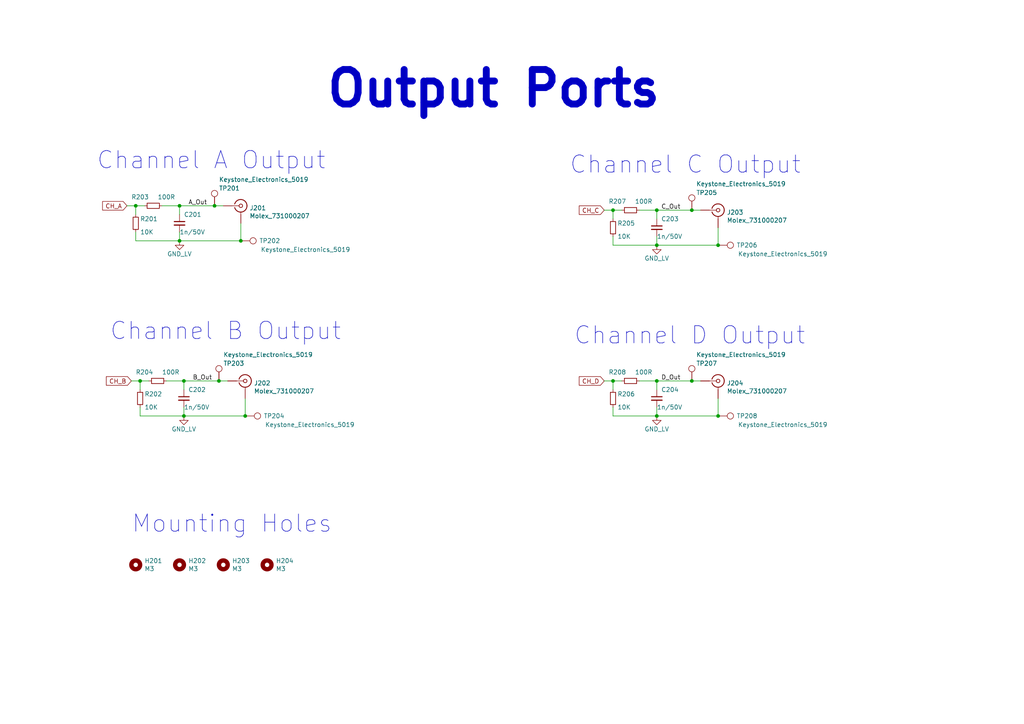
<source format=kicad_sch>
(kicad_sch (version 20211123) (generator eeschema)
  (paper "A4")
  (title_block (title "Output Ports") (date "2021-11-12") (rev "V0.1") (company "PADERBORN UNIVERSITY DEPARTMENT OF POWER ELECTRONICS AND ELECTRICAL DRIVES"))
  (lib_symbols
    (symbol "Device:C_Small" (pin_numbers hide) (pin_names (offset 0.254) hide)
      (property "Reference" "C" (at 0.254 1.778 0))
      (property "Value" "C_Small" (at 0.254 -2.032 0))
      (symbol "C_Small_0_1"
        (polyline (pts (xy -1.524 -0.508) (xy 1.524 -0.508)) (stroke (width 0.3302)))
        (polyline (pts (xy -1.524 0.508) (xy 1.524 0.508)) (stroke (width 0.3048)))
      )
      (symbol "C_Small_1_1"
        (pin passive line (at 0 2.54 270) (length 2.032) (name "~") (number "1"))
        (pin passive line (at 0 -2.54 90) (length 2.032) (name "~") (number "2"))
      )
    )
    (symbol "Device:R_Small" (pin_numbers hide) (pin_names (offset 0.254) hide)
      (property "Reference" "R" (at 0.762 0.508 0))
      (property "Value" "R_Small" (at 0.762 -1.016 0))
      (symbol "R_Small_0_1"
        (rectangle (start -0.762 1.778) (end 0.762 -1.778) (stroke (width 0.2032)))
      )
      (symbol "R_Small_1_1"
        (pin passive line (at 0 2.54 270) (length 0.762) (name "~") (number "1"))
        (pin passive line (at 0 -2.54 90) (length 0.762) (name "~") (number "2"))
      )
    )
    (symbol "LEA_SymbolLibrary:GND_LV" (power) (pin_numbers hide) (pin_names (offset 0))
      (property "Value" "LEA_SymbolLibrary_GND_LV" (at -2.54 5.08 0))
      (symbol "GND_LV_1_1"
        (polyline (pts (xy 0 0) (xy 0 -1.27) (xy 1.27 -1.27) (xy 0 -2.54) (xy -1.27 -1.27) (xy 0 -1.27)))
        (pin power_in line (at 0 0 90) (length 0) hide (name "GND_LV") (number "1"))
      )
    )
    (symbol "LEA_SymbolLibrary:Keystone_Electronics_5019" (pin_numbers hide) (pin_names (offset 1.016) hide)
      (property "Reference" "TP" (at 0 5.08 0))
      (property "Value" "LEA_SymbolLibrary_Keystone_Electronics_5019" (at 0 7.62 0))
      (symbol "Keystone_Electronics_5019_1_1"
        (circle (center 3.556 0) (radius 0.9144))
        (pin passive line (at 0 0 0) (length 2.54) (name "TP") (number "1"))
      )
    )
    (symbol "LEA_SymbolLibrary:M3_MountingHole" (pin_names (offset 1.016))
      (property "Reference" "H" (at -3.048 0 0))
      (symbol "M3_MountingHole_1_1"
        (circle (center 0 0) (radius 1.27) (stroke (width 1.27)))
      )
    )
    (symbol "LEA_SymbolLibrary:Molex_731000207" (pin_numbers hide) (pin_names (offset 1.016) hide)
      (property "Reference" "J" (at 0 6.096 0))
      (property "Value" "LEA_SymbolLibrary_Molex_731000207" (at 0.762 3.81 0))
      (symbol "Molex_731000207_1_1"
        (arc (start -1.778 -0.508) (mid 0.222 -1.808) (end 1.778 0) (stroke (width 0.254)))
        (polyline (pts (xy -2.54 0) (xy -0.508 0)))
        (polyline (pts (xy 0 -2.54) (xy 0 -1.778)))
        (circle (center 0 0) (radius 0.508) (stroke (width 0.2032)))
        (arc (start 1.778 0) (mid 0.222 1.8083) (end -1.778 0.508) (stroke (width 0.254)))
        (pin passive line (at -5.08 0 0) (length 2.54) (name "1") (number "1"))
        (pin passive line (at 0 -5.08 90) (length 2.54) (name "2") (number "2"))
      )
    )
  )
  (junction (at 40.64 110.49))
  (junction (at 71.12 120.65))
  (junction (at 39.37 59.69))
  (junction (at 200.66 60.96))
  (junction (at 52.07 69.85))
  (junction (at 200.66 110.49))
  (junction (at 53.34 110.49))
  (junction (at 62.23 59.69))
  (junction (at 53.34 120.65))
  (junction (at 69.85 69.85))
  (junction (at 177.8 60.96))
  (junction (at 208.28 71.12))
  (junction (at 190.5 110.49))
  (junction (at 190.5 71.12))
  (junction (at 52.07 59.69))
  (junction (at 190.5 60.96))
  (junction (at 190.5 120.65))
  (junction (at 63.5 110.49))
  (junction (at 177.8 110.49))
  (junction (at 208.28 120.65))
  (wire (pts (xy 40.64 120.65) (xy 53.34 120.65)))
  (wire (pts (xy 53.34 120.65) (xy 71.12 120.65)))
  (wire (pts (xy 208.28 120.65) (xy 208.28 115.57)))
  (wire (pts (xy 177.8 110.49) (xy 177.8 113.03)))
  (wire (pts (xy 200.66 60.96) (xy 203.2 60.96)))
  (wire (pts (xy 52.07 67.31) (xy 52.07 69.85)))
  (wire (pts (xy 40.64 110.49) (xy 43.18 110.49)))
  (wire (pts (xy 185.42 60.96) (xy 190.5 60.96)))
  (wire (pts (xy 52.07 69.85) (xy 69.85 69.85)))
  (wire (pts (xy 62.23 59.69) (xy 64.77 59.69)))
  (wire (pts (xy 177.8 120.65) (xy 190.5 120.65)))
  (wire (pts (xy 40.64 110.49) (xy 40.64 113.03)))
  (wire (pts (xy 39.37 59.69) (xy 39.37 62.23)))
  (wire (pts (xy 177.8 60.96) (xy 177.8 63.5)))
  (wire (pts (xy 177.8 110.49) (xy 180.34 110.49)))
  (wire (pts (xy 71.12 120.65) (xy 71.12 115.57)))
  (wire (pts (xy 39.37 59.69) (xy 41.91 59.69)))
  (wire (pts (xy 177.8 60.96) (xy 180.34 60.96)))
  (wire (pts (xy 39.37 69.85) (xy 52.07 69.85)))
  (wire (pts (xy 175.26 110.49) (xy 177.8 110.49)))
  (wire (pts (xy 190.5 60.96) (xy 200.66 60.96)))
  (wire (pts (xy 53.34 110.49) (xy 53.34 113.03)))
  (wire (pts (xy 175.26 60.96) (xy 177.8 60.96)))
  (wire (pts (xy 39.37 67.31) (xy 39.37 69.85)))
  (wire (pts (xy 52.07 59.69) (xy 52.07 62.23)))
  (wire (pts (xy 200.66 110.49) (xy 203.2 110.49)))
  (wire (pts (xy 190.5 60.96) (xy 190.5 63.5)))
  (wire (pts (xy 190.5 68.58) (xy 190.5 71.12)))
  (wire (pts (xy 40.64 118.11) (xy 40.64 120.65)))
  (wire (pts (xy 48.26 110.49) (xy 53.34 110.49)))
  (wire (pts (xy 208.28 71.12) (xy 208.28 66.04)))
  (wire (pts (xy 63.5 110.49) (xy 66.04 110.49)))
  (wire (pts (xy 177.8 118.11) (xy 177.8 120.65)))
  (wire (pts (xy 52.07 59.69) (xy 62.23 59.69)))
  (wire (pts (xy 46.99 59.69) (xy 52.07 59.69)))
  (wire (pts (xy 190.5 120.65) (xy 208.28 120.65)))
  (wire (pts (xy 177.8 68.58) (xy 177.8 71.12)))
  (wire (pts (xy 190.5 118.11) (xy 190.5 120.65)))
  (wire (pts (xy 53.34 118.11) (xy 53.34 120.65)))
  (wire (pts (xy 69.85 69.85) (xy 69.85 64.77)))
  (wire (pts (xy 190.5 110.49) (xy 190.5 113.03)))
  (wire (pts (xy 185.42 110.49) (xy 190.5 110.49)))
  (wire (pts (xy 190.5 71.12) (xy 208.28 71.12)))
  (wire (pts (xy 177.8 71.12) (xy 190.5 71.12)))
  (wire (pts (xy 53.34 110.49) (xy 63.5 110.49)))
  (wire (pts (xy 190.5 110.49) (xy 200.66 110.49)))
  (wire (pts (xy 36.83 59.69) (xy 39.37 59.69)))
  (wire (pts (xy 38.1 110.49) (xy 40.64 110.49)))
  (text "Channel D Output" (at 166.37 100.33 0) (effects (font (size 5.0038 5.0038)) (justify left bottom)))
  (text "Channel B Output" (at 31.75 99.06 0) (effects (font (size 5.0038 5.0038)) (justify left bottom)))
  (text "Mounting Holes\n" (at 38.1 154.94 0) (effects (font (size 5.0038 5.0038)) (justify left bottom)))
  (text "Channel C Output" (at 165.1 50.8 0) (effects (font (size 5.0038 5.0038)) (justify left bottom)))
  (text "Channel A Output" (at 27.94 49.53 0) (effects (font (size 5.0038 5.0038)) (justify left bottom)))
  (text "Output Ports" (at 93.98 31.75 0) (effects (font (size 10.0076 10.0076) (thickness 2.0015) bold) (justify left bottom)))
  (label "B_Out" (at 55.88 110.49 0))
  (label "D_Out" (at 191.77 110.49 0))
  (label "C_Out" (at 191.77 60.96 0))
  (label "A_Out" (at 54.61 59.69 0))
  (global_label "CH_A" (shape input) (at 36.83 59.69 180) (property "Intersheet References" "${INTERSHEET_REFS}" (effects hide)))
  (global_label "CH_C" (shape input) (at 175.26 60.96 180) (property "Intersheet References" "${INTERSHEET_REFS}" (effects hide)))
  (global_label "CH_D" (shape input) (at 175.26 110.49 180) (property "Intersheet References" "${INTERSHEET_REFS}" (effects hide)))
  (global_label "CH_B" (shape input) (at 38.1 110.49 180) (property "Intersheet References" "${INTERSHEET_REFS}" (effects hide)))
  (symbol (lib_id "LEA_SymbolLibrary:GND_LV") (at 190.5 120.65 0) (unit 1)
    (property "Reference" "#PWR0204" (effects hide))
    (property "Value" "GND_LV" (at 190.5 124.46 0))
  )
  (symbol (lib_id "LEA_SymbolLibrary:GND_LV") (at 53.34 120.65 0) (unit 1)
    (property "Reference" "#PWR0202" (effects hide))
    (property "Value" "GND_LV" (at 53.34 124.46 0))
  )
  (symbol (lib_id "LEA_SymbolLibrary:GND_LV") (at 52.07 69.85 0) (unit 1)
    (property "Reference" "#PWR0201" (effects hide))
    (property "Value" "GND_LV" (at 52.07 73.66 0))
  )
  (symbol (lib_id "LEA_SymbolLibrary:GND_LV") (at 190.5 71.12 0) (unit 1)
    (property "Reference" "#PWR0203" (effects hide))
    (property "Value" "GND_LV" (at 190.5 74.93 0))
  )
  (symbol (lib_id "LEA_SymbolLibrary:M3_MountingHole") (at 39.37 163.83 0) (unit 1) (in_bom no)
    (property "Reference" "H201" (at 41.91 162.6616 0) (effects (justify left)))
    (property "Value" "M3" (at 41.91 164.973 0) (effects (justify left)))
    (property "Footprint" "LEA_FootprintLibrary:MountingHole_M3" (effects hide))
  )
  (symbol (lib_id "LEA_SymbolLibrary:M3_MountingHole") (at 52.07 163.83 0) (unit 1) (in_bom no)
    (property "Reference" "H202" (at 54.61 162.6616 0) (effects (justify left)))
    (property "Value" "M3" (at 54.61 164.973 0) (effects (justify left)))
    (property "Footprint" "LEA_FootprintLibrary:MountingHole_M3" (effects hide))
  )
  (symbol (lib_id "LEA_SymbolLibrary:M3_MountingHole") (at 64.77 163.83 0) (unit 1) (in_bom no)
    (property "Reference" "H203" (at 67.31 162.6616 0) (effects (justify left)))
    (property "Value" "M3" (at 67.31 164.973 0) (effects (justify left)))
    (property "Footprint" "LEA_FootprintLibrary:MountingHole_M3" (effects hide))
  )
  (symbol (lib_id "LEA_SymbolLibrary:M3_MountingHole") (at 77.47 163.83 0) (unit 1) (in_bom no)
    (property "Reference" "H204" (at 80.01 162.6616 0) (effects (justify left)))
    (property "Value" "M3" (at 80.01 164.973 0) (effects (justify left)))
    (property "Footprint" "LEA_FootprintLibrary:MountingHole_M3" (effects hide))
  )
  (symbol (lib_id "LEA_SymbolLibrary:Keystone_Electronics_5019") (at 62.23 59.69 90) (unit 1)
    (property "Reference" "TP201" (at 63.5 54.61 90) (effects (justify right)))
    (property "Value" "Keystone_Electronics_5019" (at 63.5 52.07 90) (effects (justify right)))
    (property "Footprint" "LEA_FootprintLibrary:TestPoint_KeystoneElectronics5019" (effects hide))
    (property "Datasheet" "https://www.keyelco.com/product.cfm/product_id/1357" (effects hide))
    (property "Manufacturer" "Keystone Electronics" (effects hide))
    (property "Mouser No" "534-5019" (effects hide))
  )
  (symbol (lib_id "LEA_SymbolLibrary:Keystone_Electronics_5019") (at 63.5 110.49 90) (unit 1)
    (property "Reference" "TP203" (at 64.77 105.41 90) (effects (justify right)))
    (property "Value" "Keystone_Electronics_5019" (at 64.77 102.87 90) (effects (justify right)))
    (property "Footprint" "LEA_FootprintLibrary:TestPoint_KeystoneElectronics5019" (effects hide))
    (property "Datasheet" "https://www.keyelco.com/product.cfm/product_id/1357" (effects hide))
    (property "Manufacturer" "Keystone Electronics" (effects hide))
    (property "Mouser No" "534-5019" (effects hide))
  )
  (symbol (lib_id "LEA_SymbolLibrary:Keystone_Electronics_5019") (at 200.66 60.96 90) (unit 1)
    (property "Reference" "TP205" (at 201.93 55.88 90) (effects (justify right)))
    (property "Value" "Keystone_Electronics_5019" (at 201.93 53.34 90) (effects (justify right)))
    (property "Footprint" "LEA_FootprintLibrary:TestPoint_KeystoneElectronics5019" (effects hide))
    (property "Datasheet" "https://www.keyelco.com/product.cfm/product_id/1357" (effects hide))
    (property "Manufacturer" "Keystone Electronics" (effects hide))
    (property "Mouser No" "534-5019" (effects hide))
  )
  (symbol (lib_id "LEA_SymbolLibrary:Keystone_Electronics_5019") (at 200.66 110.49 90) (unit 1)
    (property "Reference" "TP207" (at 201.93 105.41 90) (effects (justify right)))
    (property "Value" "Keystone_Electronics_5019" (at 201.93 102.87 90) (effects (justify right)))
    (property "Footprint" "LEA_FootprintLibrary:TestPoint_KeystoneElectronics5019" (effects hide))
    (property "Datasheet" "https://www.keyelco.com/product.cfm/product_id/1357" (effects hide))
    (property "Manufacturer" "Keystone Electronics" (effects hide))
    (property "Mouser No" "534-5019" (effects hide))
  )
  (symbol (lib_id "LEA_SymbolLibrary:Keystone_Electronics_5019") (at 69.85 69.85 0) (unit 1)
    (property "Reference" "TP202" (at 81.28 69.85 0) (effects (justify right)))
    (property "Value" "Keystone_Electronics_5019" (at 101.6 72.39 0) (effects (justify right)))
    (property "Footprint" "LEA_FootprintLibrary:TestPoint_KeystoneElectronics5019" (effects hide))
    (property "Datasheet" "https://www.keyelco.com/product.cfm/product_id/1357" (effects hide))
    (property "Manufacturer" "Keystone Electronics" (effects hide))
    (property "Mouser No" "534-5019" (effects hide))
  )
  (symbol (lib_id "LEA_SymbolLibrary:Keystone_Electronics_5019") (at 71.12 120.65 0) (unit 1)
    (property "Reference" "TP204" (at 82.55 120.65 0) (effects (justify right)))
    (property "Value" "Keystone_Electronics_5019" (at 102.87 123.19 0) (effects (justify right)))
    (property "Footprint" "LEA_FootprintLibrary:TestPoint_KeystoneElectronics5019" (effects hide))
    (property "Datasheet" "https://www.keyelco.com/product.cfm/product_id/1357" (effects hide))
    (property "Manufacturer" "Keystone Electronics" (effects hide))
    (property "Mouser No" "534-5019" (effects hide))
  )
  (symbol (lib_id "LEA_SymbolLibrary:Keystone_Electronics_5019") (at 208.28 120.65 0) (unit 1)
    (property "Reference" "TP208" (at 219.71 120.65 0) (effects (justify right)))
    (property "Value" "Keystone_Electronics_5019" (at 240.03 123.19 0) (effects (justify right)))
    (property "Footprint" "LEA_FootprintLibrary:TestPoint_KeystoneElectronics5019" (effects hide))
    (property "Datasheet" "https://www.keyelco.com/product.cfm/product_id/1357" (effects hide))
    (property "Manufacturer" "Keystone Electronics" (effects hide))
    (property "Mouser No" "534-5019" (effects hide))
  )
  (symbol (lib_id "LEA_SymbolLibrary:Keystone_Electronics_5019") (at 208.28 71.12 0) (unit 1)
    (property "Reference" "TP206" (at 219.71 71.12 0) (effects (justify right)))
    (property "Value" "Keystone_Electronics_5019" (at 240.03 73.66 0) (effects (justify right)))
    (property "Footprint" "LEA_FootprintLibrary:TestPoint_KeystoneElectronics5019" (effects hide))
    (property "Datasheet" "https://www.keyelco.com/product.cfm/product_id/1357" (effects hide))
    (property "Manufacturer" "Keystone Electronics" (effects hide))
    (property "Mouser No" "534-5019" (effects hide))
  )
  (symbol (lib_id "LEA_SymbolLibrary:Molex_731000207") (at 69.85 59.69 0) (unit 1)
    (property "Reference" "J201" (at 72.39 60.325 0) (effects (justify left)))
    (property "Value" "Molex_731000207" (at 72.39 62.6364 0) (effects (justify left)))
    (property "Footprint" "LEA_FootprintLibrary:SMB_Molex731000207" (effects hide))
    (property "Datasheet" "https://www.molex.com/pdm_docs/sd/731000207_sd.pdf" (effects hide))
    (property "Manufacturer" "Molex" (effects hide))
    (property "Mouser No" "538-73100-0207" (effects hide))
  )
  (symbol (lib_id "LEA_SymbolLibrary:Molex_731000207") (at 71.12 110.49 0) (unit 1)
    (property "Reference" "J202" (at 73.66 111.125 0) (effects (justify left)))
    (property "Value" "Molex_731000207" (at 73.66 113.4364 0) (effects (justify left)))
    (property "Footprint" "LEA_FootprintLibrary:SMB_Molex731000207" (effects hide))
    (property "Datasheet" "https://www.molex.com/pdm_docs/sd/731000207_sd.pdf" (effects hide))
    (property "Manufacturer" "Molex" (effects hide))
    (property "Mouser No" "538-73100-0207" (effects hide))
  )
  (symbol (lib_id "LEA_SymbolLibrary:Molex_731000207") (at 208.28 60.96 0) (unit 1)
    (property "Reference" "J203" (at 210.82 61.595 0) (effects (justify left)))
    (property "Value" "Molex_731000207" (at 210.82 63.9064 0) (effects (justify left)))
    (property "Footprint" "LEA_FootprintLibrary:SMB_Molex731000207" (effects hide))
    (property "Datasheet" "https://www.molex.com/pdm_docs/sd/731000207_sd.pdf" (effects hide))
    (property "Manufacturer" "Molex" (effects hide))
    (property "Mouser No" "538-73100-0207" (effects hide))
  )
  (symbol (lib_id "LEA_SymbolLibrary:Molex_731000207") (at 208.28 110.49 0) (unit 1)
    (property "Reference" "J204" (at 210.82 111.125 0) (effects (justify left)))
    (property "Value" "Molex_731000207" (at 210.82 113.4364 0) (effects (justify left)))
    (property "Footprint" "LEA_FootprintLibrary:SMB_Molex731000207" (effects hide))
    (property "Datasheet" "https://www.molex.com/pdm_docs/sd/731000207_sd.pdf" (effects hide))
    (property "Manufacturer" "Molex" (effects hide))
    (property "Mouser No" "538-73100-0207" (effects hide))
  )
  (symbol (lib_id "Device:R_Small") (at 44.45 59.69 270) (unit 1)
    (property "Reference" "R203" (at 40.64 57.15 90))
    (property "Value" "100R" (at 48.26 57.15 90))
    (property "Footprint" "LEA_FootprintLibrary:R_0603" (effects hide))
  )
  (symbol (lib_id "Device:R_Small") (at 39.37 64.77 180) (unit 1)
    (property "Reference" "R201" (at 40.64 63.5 0) (effects (justify right)))
    (property "Value" "10K" (at 40.64 67.31 0) (effects (justify right)))
    (property "Footprint" "LEA_FootprintLibrary:R_0603" (effects hide))
  )
  (symbol (lib_id "Device:C_Small") (at 52.07 64.77 0) (unit 1)
    (property "Reference" "C201" (at 53.34 62.23 0) (effects (justify left)))
    (property "Value" "1n/50V" (at 52.07 67.31 0) (effects (justify left)))
    (property "Footprint" "LEA_FootprintLibrary:C_0603" (effects hide))
  )
  (symbol (lib_id "Device:R_Small") (at 45.72 110.49 270) (unit 1)
    (property "Reference" "R204" (at 41.91 107.95 90))
    (property "Value" "100R" (at 49.53 107.95 90))
    (property "Footprint" "LEA_FootprintLibrary:R_0603" (effects hide))
  )
  (symbol (lib_id "Device:R_Small") (at 40.64 115.57 180) (unit 1)
    (property "Reference" "R202" (at 41.91 114.3 0) (effects (justify right)))
    (property "Value" "10K" (at 41.91 118.11 0) (effects (justify right)))
    (property "Footprint" "LEA_FootprintLibrary:R_0603" (effects hide))
  )
  (symbol (lib_id "Device:C_Small") (at 53.34 115.57 0) (unit 1)
    (property "Reference" "C202" (at 54.61 113.03 0) (effects (justify left)))
    (property "Value" "1n/50V" (at 53.34 118.11 0) (effects (justify left)))
    (property "Footprint" "LEA_FootprintLibrary:C_0603" (effects hide))
  )
  (symbol (lib_id "Device:R_Small") (at 182.88 60.96 270) (unit 1)
    (property "Reference" "R207" (at 179.07 58.42 90))
    (property "Value" "100R" (at 186.69 58.42 90))
    (property "Footprint" "LEA_FootprintLibrary:R_0603" (effects hide))
  )
  (symbol (lib_id "Device:R_Small") (at 177.8 66.04 180) (unit 1)
    (property "Reference" "R205" (at 179.07 64.77 0) (effects (justify right)))
    (property "Value" "10K" (at 179.07 68.58 0) (effects (justify right)))
    (property "Footprint" "LEA_FootprintLibrary:R_0603" (effects hide))
  )
  (symbol (lib_id "Device:C_Small") (at 190.5 66.04 0) (unit 1)
    (property "Reference" "C203" (at 191.77 63.5 0) (effects (justify left)))
    (property "Value" "1n/50V" (at 190.5 68.58 0) (effects (justify left)))
    (property "Footprint" "LEA_FootprintLibrary:C_0603" (effects hide))
  )
  (symbol (lib_id "Device:R_Small") (at 182.88 110.49 270) (unit 1)
    (property "Reference" "R208" (at 179.07 107.95 90))
    (property "Value" "100R" (at 186.69 107.95 90))
    (property "Footprint" "LEA_FootprintLibrary:R_0603" (effects hide))
  )
  (symbol (lib_id "Device:R_Small") (at 177.8 115.57 180) (unit 1)
    (property "Reference" "R206" (at 179.07 114.3 0) (effects (justify right)))
    (property "Value" "10K" (at 179.07 118.11 0) (effects (justify right)))
    (property "Footprint" "LEA_FootprintLibrary:R_0603" (effects hide))
  )
  (symbol (lib_id "Device:C_Small") (at 190.5 115.57 0) (unit 1)
    (property "Reference" "C204" (at 191.77 113.03 0) (effects (justify left)))
    (property "Value" "1n/50V" (at 190.5 118.11 0) (effects (justify left)))
    (property "Footprint" "LEA_FootprintLibrary:C_0603" (effects hide))
  )
)
</source>
